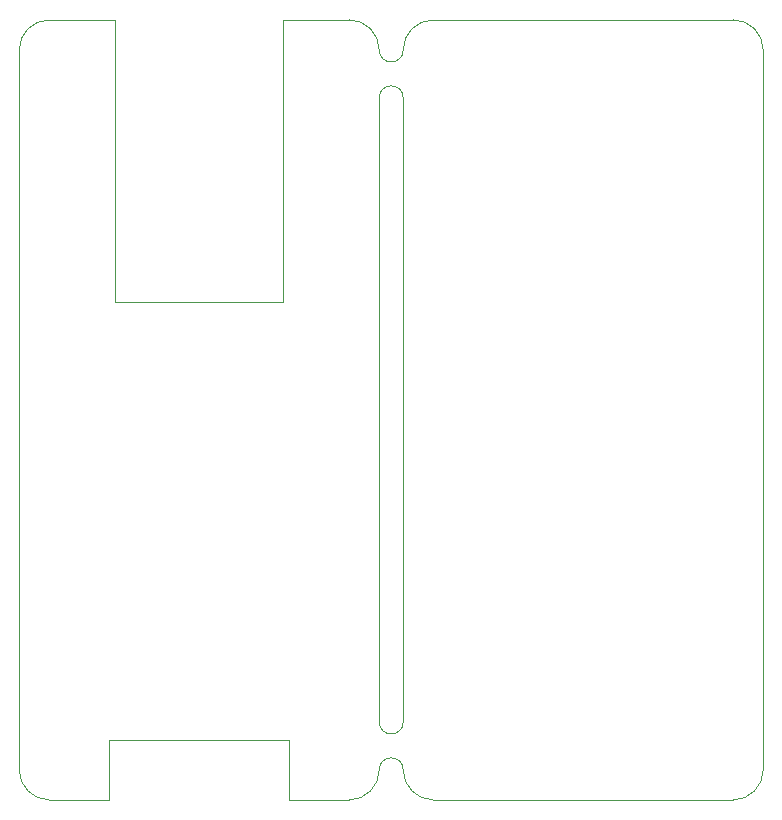
<source format=gbr>
%TF.GenerationSoftware,KiCad,Pcbnew,7.0.7*%
%TF.CreationDate,2023-08-25T22:45:50+10:00*%
%TF.ProjectId,SuperMini-EPD-Sheild,53757065-724d-4696-9e69-2d4550442d53,rev?*%
%TF.SameCoordinates,Original*%
%TF.FileFunction,Profile,NP*%
%FSLAX46Y46*%
G04 Gerber Fmt 4.6, Leading zero omitted, Abs format (unit mm)*
G04 Created by KiCad (PCBNEW 7.0.7) date 2023-08-25 22:45:50*
%MOMM*%
%LPD*%
G01*
G04 APERTURE LIST*
%TA.AperFunction,Profile*%
%ADD10C,0.100000*%
%TD*%
%TA.AperFunction,Profile*%
%ADD11C,0.050000*%
%TD*%
G04 APERTURE END LIST*
D10*
X38100000Y-35560000D02*
G75*
G03*
X35560000Y-38100000I0J-2540000D01*
G01*
X58420000Y-96520000D02*
X58420000Y-101600000D01*
X43180000Y-96520000D02*
X58420000Y-96520000D01*
X43688000Y-59436000D02*
X57912000Y-59436000D01*
X96012000Y-101600000D02*
X70612000Y-101600000D01*
X35560000Y-38100000D02*
X35560000Y-99060000D01*
X96012000Y-101600000D02*
G75*
G03*
X98552000Y-99060000I0J2540000D01*
G01*
X63500000Y-101600000D02*
X58420000Y-101600000D01*
X66040000Y-38100000D02*
G75*
G03*
X63500000Y-35560000I-2540000J0D01*
G01*
X70612000Y-35560000D02*
G75*
G03*
X68072000Y-38100000I0J-2540000D01*
G01*
X68072000Y-99060000D02*
G75*
G03*
X70612000Y-101600000I2540000J0D01*
G01*
X98552000Y-99060000D02*
X98552000Y-38100000D01*
X63500000Y-35560000D02*
X57912000Y-35560000D01*
X43688000Y-35560000D02*
X43688000Y-59436000D01*
X43688000Y-35560000D02*
X38100000Y-35560000D01*
X63500000Y-101600000D02*
G75*
G03*
X66040000Y-99060000I0J2540000D01*
G01*
X35560000Y-99060000D02*
G75*
G03*
X38100000Y-101600000I2540000J0D01*
G01*
X66040000Y-94996000D02*
X66040000Y-42164000D01*
X68072000Y-42164000D02*
X68072000Y-94996000D01*
X43180000Y-101600000D02*
X38100000Y-101600000D01*
X98552000Y-38100000D02*
G75*
G03*
X96012000Y-35560000I-2540000J0D01*
G01*
X96012000Y-35560000D02*
X70612000Y-35560000D01*
X43180000Y-101600000D02*
X43180000Y-96520000D01*
X57912000Y-59436000D02*
X57912000Y-35560000D01*
D11*
%TO.C,mouse-bite-2mm-slot*%
X68072000Y-42164000D02*
G75*
G03*
X66040000Y-42164000I-1016000J0D01*
G01*
X66040000Y-38100000D02*
G75*
G03*
X68072000Y-38100000I1016000J0D01*
G01*
X68072000Y-99060000D02*
G75*
G03*
X66040000Y-99060000I-1016000J0D01*
G01*
X66040000Y-94996000D02*
G75*
G03*
X68072000Y-94996000I1016000J0D01*
G01*
%TD*%
M02*

</source>
